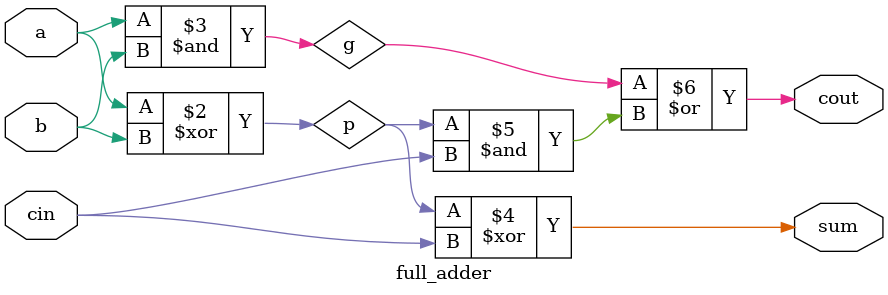
<source format=sv>
`timescale 1ns/1ps

module full_adder(
    input logic a,b,cin,
    output logic cout,sum
);

//from full adder theory, we can define two additional internal variables
//generate and propagate
logic g, p;

//an always comb statement with blocking assignment. (it is executed in order)
//always @(a, b, cin) would have been equivalent, but there is the risk to miss some signals
//in the sensitivity list

always_comb
    begin
        p = a ^ b;
        g = a & b;
        sum = p ^ cin; // a ^ b ^ cin
        cout = g|(p & cin); // majority(a ,b, cin)
    end

endmodule

</source>
